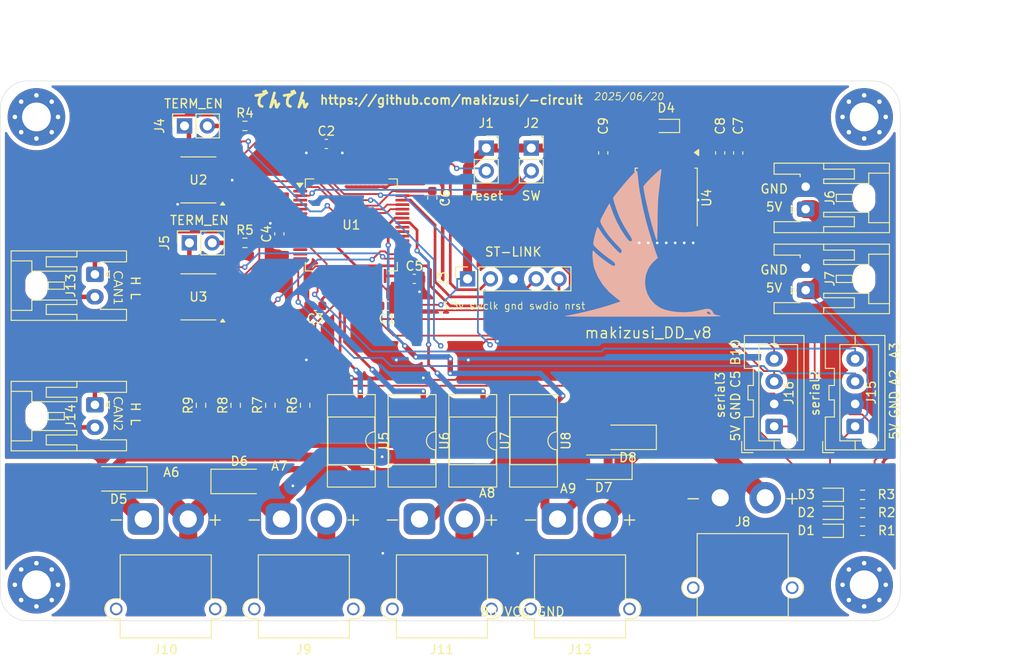
<source format=kicad_pcb>
(kicad_pcb (version 20241229) (generator "pcbnew") (generator_version "9.0")
  (layers (0 "F.Cu" signal) (2 "B.Cu" signal) (13 "F.Paste" user) (15 "B.Paste" user) (5 "F.SilkS" user "F.Silkscreen") (7 "B.SilkS" user "B.Silkscreen") (1 "F.Mask" user) (3 "B.Mask" user) (25 "Edge.Cuts" user))
  (net 0 "")
  (net 1 "Net-(U1-VCAP_1)")
  (net 2 "GND")
  (net 3 "+3.3V")
  (net 4 "+5V")
  (net 5 "Net-(D1-K)")
  (net 6 "LED")
  (net 7 "booto")
  (net 8 "SW")
  (net 9 "SWCLK")
  (net 10 "SWDIO")
  (net 11 "nrst")
  (net 12 "Net-(J4-Pin_2)")
  (net 13 "can1_H")
  (net 14 "Net-(J5-Pin_2)")
  (net 15 "can2_H")
  (net 16 "GND1")
  (net 17 "Net-(D2-K)")
  (net 18 "A6")
  (net 19 "A7")
  (net 20 "A9")
  (net 21 "can1_L")
  (net 22 "can2_L")
  (net 23 "serial2_tx")
  (net 24 "serial2_rx")
  (net 25 "serial3_rx")
  (net 26 "serial3_tx")
  (net 27 "A8")
  (net 28 "B9")
  (net 29 "B8")
  (net 30 "can1_tx")
  (net 41 "can1_rx")
  (net 42 "can2_tx")
  (net 52 "can2_rx")
  (net 55 "Net-(D3-K)")
  (net 56 "B14")
  (net 57 "B15")
  (net 70 "+24V")
  (net 71 "Net-(D5-A)")
  (net 72 "Net-(D6-A)")
  (net 73 "Net-(D7-A)")
  (net 74 "Net-(D8-A)")
  (net 75 "Net-(R6-Pad1)")
  (net 76 "Net-(R7-Pad1)")
  (net 77 "Net-(R8-Pad1)")
  (net 78 "Net-(R9-Pad1)")
  (footprint "Package_DIP:DIP-4_W7.62mm_SMDSocket_SmallPads" (layer "F.Cu") (at 109 80 -90)
    (property "Reference" "U5")
    (property "Value" "TLP627")
  )
  (footprint "Capacitor_SMD:C_0603_1608Metric" (layer "F.Cu") (at 101 57 90)
    (property "Reference" "C4")
    (property "Value" "1uF")
  )
  (footprint "Package_DIP:DIP-4_W7.62mm_SMDSocket_SmallPads" (layer "F.Cu") (at 115.75 80 -90)
    (property "Reference" "U6")
    (property "Value" "TLP627")
  )
  (footprint "Connector_AMASS:AMASS_XT30PW-M_1x02_P2.50mm_Horizontal" (layer "F.Cu") (at 85.869879 88.687306 180)
    (property "Reference" "J10")
    (property "Value" "power")
  )
  (footprint "LED_SMD:LED_0603_1608Metric" (layer "F.Cu") (at 162.2125 86 180)
    (property "Reference" "D3")
    (property "Value" "LED")
  )
  (footprint "Connector_PinSocket_2.54mm:PinSocket_1x02_P2.54mm_Vertical" (layer "F.Cu") (at 129 47.46)
    (property "Reference" "J2")
    (property "Value" "SW")
  )
  (footprint "Package_SO:SOIC-8_3.9x4.9mm_P1.27mm" (layer "F.Cu") (at 92 64 180)
    (property "Reference" "U3")
    (property "Value" "MCP2551-I-SN")
  )
  (footprint "Connector_JST:JST_XA_S02B-XASK-1_1x02_P2.50mm_Horizontal" (layer "F.Cu") (at 159.5 54.25 90)
    (property "Reference" "J6")
    (property "Value" "power" (hide yes))
  )
  (footprint "Resistor_SMD:R_0603_1608Metric" (layer "F.Cu") (at 165.825 86 180)
    (property "Reference" "R3")
    (property "Value" "1k")
  )
  (footprint "Diode_SMD:D_SOD-128" (layer "F.Cu") (at 139.74196 79.609846 180)
    (property "Reference" "D8")
    (property "Value" "D")
  )
  (footprint "Diode_SMD:D_0603_1608Metric" (layer "F.Cu") (at 144 45 180)
    (property "Reference" "D4")
    (property "Value" "D")
  )
  (footprint "Resistor_SMD:R_0603_1608Metric" (layer "F.Cu") (at 165.825 90 180)
    (property "Reference" "R1")
    (property "Value" "1k")
  )
  (footprint "Resistor_SMD:R_0603_1608Metric" (layer "F.Cu") (at 165.825 88 180)
    (property "Reference" "R2")
    (property "Value" "1k")
  )
  (footprint "Capacitor_SMD:C_0603_1608Metric" (layer "F.Cu") (at 118 53 -90)
    (property "Reference" "C6")
    (property "Value" "1uF")
  )
  (footprint "Capacitor_SMD:C_0603_1608Metric" (layer "F.Cu") (at 113 65 180)
    (property "Reference" "C1")
    (property "Value" "1uF")
  )
  (footprint "MountingHole:MountingHole_3.2mm_M3_Pad_Via" (layer "F.Cu") (at 74 44)
    (property "Reference" "H2" (hide yes))
    (property "Value" "MountingHole" (hide yes))
  )
  (footprint "Connector_JST:JST_XA_B04B-XASK-1-A_1x04_P2.50mm_Vertical" (layer "F.Cu") (at 165 78.4 90)
    (property "Reference" "J15")
    (property "Value" "serial2")
  )
  (footprint "Resistor_SMD:R_0603_1608Metric" (layer "F.Cu") (at 96.142019 76.048174 90)
    (property "Reference" "R8")
    (property "Value" "100")
  )
  (footprint "Package_DIP:DIP-4_W7.62mm_SMDSocket_SmallPads" (layer "F.Cu") (at 129.25 80 -90)
    (property "Reference" "U8")
    (property "Value" "TLP627")
  )
  (footprint "Capacitor_SMD:C_0603_1608Metric" (layer "F.Cu") (at 152 48 -90)
    (property "Reference" "C7")
    (property "Value" "47u")
  )
  (footprint "Diode_SMD:D_SOD-128" (layer "F.Cu") (at 137.046883 82.935685 180)
    (property "Reference" "D7")
    (property "Value" "D")
  )
  (footprint "Connector_PinSocket_2.54mm:PinSocket_1x02_P2.54mm_Vertical" (layer "F.Cu") (at 90.46 45 90)
    (property "Reference" "J4")
    (property "Value" "TERM_EN")
  )
  (footprint "Connector_AMASS:AMASS_XT30PW-M_1x02_P2.50mm_Horizontal" (layer "F.Cu") (at 150 86.325 180)
    (property "Reference" "J8")
    (property "Value" "power")
  )
  (footprint "Capacitor_SMD:C_0603_1608Metric" (layer "F.Cu") (at 105 65 180)
    (property "Reference" "C3")
    (property "Value" "1uF")
  )
  (footprint "Connector_AMASS:AMASS_XT30PW-M_1x02_P2.50mm_Horizontal" (layer "F.Cu") (at 116.569879 88.687306 180)
    (property "Reference" "J11")
    (property "Value" "power")
  )
  (footprint "Diode_SMD:D_SOD-128" (layer "F.Cu") (at 83.142003 84.225882 180)
    (property "Reference" "D5")
    (property "Value" "D")
  )
  (footprint "Resistor_SMD:R_0603_1608Metric" (layer "F.Cu") (at 92.294038 76.048174 90)
    (property "Reference" "R9")
    (property "Value" "100")
  )
  (footprint "Connector_JST:JST_XA_B04B-XASK-1-A_1x04_P2.50mm_Vertical" (layer "F.Cu") (at 156 78.4 90)
    (property "Reference" "J16")
    (property "Value" "serial3")
  )
  (footprint "Resistor_SMD:R_0603_1608Metric" (layer "F.Cu") (at 103.867981 76.048174 90)
    (property "Reference" "R6")
    (property "Value" "100")
  )
  (footprint "Connector_PinSocket_2.54mm:PinSocket_1x02_P2.54mm_Vertical" (layer "F.Cu") (at 124 47.46)
    (property "Reference" "J1")
    (property "Value" "reset")
  )
  (footprint "Resistor_SMD:R_0603_1608Metric" (layer "F.Cu") (at 100 76.048174 90)
    (property "Reference" "R7")
    (property "Value" "100")
  )
  (footprint "Connector_AMASS:AMASS_XT30PW-M_1x02_P2.50mm_Horizontal" (layer "F.Cu") (at 101.219879 88.687306 180)
    (property "Reference" "J9")
    (property "Value" "power")
  )
  (footprint "Package_TO_SOT_SMD:TO-252-2" (layer "F.Cu") (at 144 53 -90)
    (property "Reference" "U4")
    (property "Value" "LP2950-3.3_TO252")
  )
  (footprint "MountingHole:MountingHole_3.2mm_M3_Pad_Via" (layer "F.Cu") (at 74 96)
    (property "Reference" "H1" (hide yes))
    (property "Value" "MountingHole" (hide yes))
  )
  (footprint "Connector_PinSocket_2.54mm:PinSocket_1x02_P2.54mm_Vertical" (layer "F.Cu") (at 91 58 90)
    (property "Reference" "J5")
    (property "Value" "TERM_EN")
  )
  (footprint "MountingHole:MountingHole_3.2mm_M3_Pad_Via" (layer "F.Cu") (at 166 96)
    (property "Reference" "H4" (hide yes))
    (property "Value" "MountingHole" (hide yes))
  )
  (footprint "Package_QFP:LQFP-64_10x10mm_P0.5mm" (layer "F.Cu") (at 109 56)
    (property "Reference" "U1")
    (property "Value" "STM32F446RETx")
  )
  (footprint "Capacitor_SMD:C_0603_1608Metric" (layer "F.Cu") (at 106.225 47)
    (property "Reference" "C2")
    (property "Value" "1uF")
  )
  (footprint "Connector_JST:JST_XA_S02B-XASK-1_1x02_P2.50mm_Horizontal" (layer "F.Cu") (at 80.5 76 -90)
    (property "Reference" "J14")
    (property "Value" "CAN2" (hide yes))
  )
  (footprint "Diode_SMD:D_SOD-128" (layer "F.Cu") (at 96.560045 84.512592)
    (property "Reference" "D6")
    (property "Value" "D")
  )
  (footprint "LED_SMD:LED_0603_1608Metric" (layer "F.Cu") (at 162.2125 88 180)
    (property "Reference" "D2")
    (property "Value" "LED")
  )
  (footprint "Capacitor_SMD:C_0603_1608Metric" (layer "F.Cu") (at 150 48 -90)
    (property "Reference" "C8")
    (property "Value" "0.1u")
  )
  (footprint "Connector_PinSocket_2.54mm:PinSocket_1x05_P2.54mm_Vertical" (layer "F.Cu") (at 121.92 62 90)
    (property "Reference" "J3")
    (property "Value" "ST-LINK")
  )
  (footprint "Connector_JST:JST_XA_S02B-XASK-1_1x02_P2.50mm_Horizontal" (layer "F.Cu") (at 80.5 61.5 -90)
    (property "Reference" "J13")
    (property "Value" "CAN1" (hide yes))
  )
  (footprint "Package_DIP:DIP-4_W7.62mm_SMDSocket_SmallPads" (layer "F.Cu") (at 122.5 80 -90)
    (property "Reference" "U7")
    (property "Value" "TLP627")
  )
  (footprint "Connector_AMASS:AMASS_XT30PW-M_1x02_P2.50mm_Horizontal" (layer "F.Cu") (at 131.919879 88.687306 180)
    (property "Reference" "J12")
    (property "Value" "power")
  )
  (footprint "Resistor_SMD:R_0603_1608Metric" (layer "F.Cu") (at 97.175 58)
    (property "Reference" "R5")
    (property "Value" "120")
  )
  (footprint "Package_SO:SOIC-8_3.9x4.9mm_P1.27mm" (layer "F.Cu") (at 92 51 180)
    (property "Reference" "U2")
    (property "Value" "MCP2551-I-SN")
  )
  (footprint "LED_SMD:LED_0603_1608Metric" (layer "F.Cu") (at 162.2125 90 180)
    (property "Reference" "D1")
    (property "Value" "LED")
  )
  (footprint "Capacitor_SMD:C_0603_1608Metric" (layer "F.Cu") (at 137 48 -90)
    (property "Reference" "C9")
    (property "Value" "47u")
  )
  (footprint "Connector_JST:JST_XA_S02B-XASK-1_1x02_P2.50mm_Horizontal" (layer "F.Cu") (at 159.5 63.25 90)
    (property "Reference" "J7")
    (property "Value" "power" (hide yes))
  )
  (footprint "Capacitor_SMD:C_0603_1608Metric" (layer "F.Cu") (at 116 62)
    (property "Reference" "C5")
    (property "Value" "1uF")
  )
  (footprint "MountingHole:MountingHole_3.2mm_M3_Pad_Via" (layer "F.Cu") (at 166 44)
    (property "Reference" "H3" (hide yes))
    (property "Value" "MountingHole" (hide yes))
  )
  (footprint "Resistor_SMD:R_0603_1608Metric" (layer "F.Cu") (at 97.175 45)
    (property "Reference" "R4")
    (property "Value" "120")
  )
  (footprint "Library:sken" (layer "B.Cu") (at 141.295707 64.444813 180)
    (property "Reference" "G***" (hide yes))
    (property "Value" "LOGO" (hide yes))
  )
  (gr_line (start 73 40) (end 167 40) (stroke (width 0.05)) (layer "Edge.Cuts"))
  (gr_arc (start 70 43) (mid 70.87868 40.87868) (end 73 40) (stroke (width 0.05)) (layer "Edge.Cuts"))
  (gr_arc (start 167 40) (mid 169.12132 40.87868) (end 170 43) (stroke (width 0.05)) (layer "Edge.Cuts"))
  (gr_arc (start 170 97) (mid 169.12132 99.12132) (end 167 100) (stroke (width 0.05)) (layer "Edge.Cuts"))
  (gr_arc (start 73 100) (mid 70.87868 99.12132) (end 70 97) (stroke (width 0.05)) (layer "Edge.Cuts"))
  (gr_line (start 170 43) (end 170 97) (stroke (width 0.05)) (layer "Edge.Cuts"))
  (gr_line (start 167 100) (end 73 100) (stroke (width 0.05)) (layer "Edge.Cuts"))
  (gr_line (start 70 97) (end 70 43) (stroke (width 0.05)) (layer "Edge.Cuts"))
  (gr_text "5V" (at 156 54 0) (layer "F.SilkS") (effects (font (size 1 1))))
  (gr_text "GND" (at 169.356733 75.962407 90) (layer "F.SilkS") (effects (font (size 1 1))))
  (gr_text "H L" (at 85 77 270) (layer "F.SilkS") (effects (font (size 1 1))))
  (gr_text "C5" (at 151.703765 73.154375 90) (layer "F.SilkS") (effects (font (size 1 1))))
  (gr_text "makizusi_DD_v8" (at 142 68 0) (layer "F.SilkS") (effects (font (size 1.2 1.2))))
  (gr_text "でんでん" (at 97.9 43.1 0) (layer "F.SilkS") (effects (font (size 1.5 1.5) (thickness 0.3) (bold yes)) (justify left bottom)))
  (gr_text "A2" (at 169.356733 72.962407 90) (layer "F.SilkS") (effects (font (size 1 1))))
  (gr_text "A7" (at 101 82.8 0) (layer "F.SilkS") (effects (font (size 1 1))))
  (gr_text "2025/06/20" (at 135.9 42.2 0) (layer "F.SilkS") (effects (font (size 0.8 0.8) (thickness 0.1) (italic yes)) (justify left bottom)))
  (gr_text "GND" (at 156 52 0) (layer "F.SilkS") (effects (font (size 1 1))))
  (gr_text "5V" (at 155.99 63 0) (layer "F.SilkS") (effects (font (size 1 1))))
  (gr_text "GND" (at 151.703765 76.154375 90) (layer "F.SilkS") (effects (font (size 1 1))))
  (gr_text "GND" (at 155.99 61 0) (layer "F.SilkS") (effects (font (size 1 1))))
  (gr_text "CAN2" (at 83 77 270) (layer "F.SilkS") (effects (font (size 1 1) (thickness 0.1))))
  (gr_text "B8 VCC GND" (at 128 99 0) (layer "F.SilkS") (effects (font (size 1 1))))
  (gr_text "CAN1" (at 83 63 270) (layer "F.SilkS") (effects (font (size 1 1) (thickness 0.1))))
  (gr_text "H L" (at 85 63 270) (layer "F.SilkS") (effects (font (size 1 1))))
  (gr_text "A8" (at 124.1 85.8 0) (layer "F.SilkS") (effects (font (size 1 1))))
  (gr_text "A9" (at 133.1 85.3 0) (layer "F.SilkS") (effects (font (size 1 1))))
  (gr_text "A3" (at 169.356733 69.962407 90) (layer "F.SilkS") (effects (font (size 1 1))))
  (gr_text "https://github.com/makizusi/-circuit" (at 105.4 42.7 0) (layer "F.SilkS") (effects (font (size 1 1) (thickness 0.1875)) (justify left bottom)))
  (gr_text "3.3v swclk gnd swdio nrst" (at 127 65 0) (layer "F.SilkS") (effects (font (size 0.8 0.8) (thickness 0.1))))
  (gr_text "B10" (at 151.703765 70.154375 90) (layer "F.SilkS") (effects (font (size 1 1))))
  (gr_text "5V" (at 169.356733 78.962407 90) (layer "F.SilkS") (effects (font (size 1 1))))
  (gr_text "A6" (at 89 83.5 0) (layer "F.SilkS") (effects (font (size 1 1))))
  (gr_text "5V" (at 151.703765 79.154375 90) (layer "F.SilkS") (effects (font (size 1 1))))
  (segment (start 111.75 62.75) (end 112.225 63.225) (width 0.3) (layer "F.Cu") (net 1))
  (segment (start 112.225 63.225) (end 112.225 65) (width 0.3) (layer "F.Cu") (net 1))
  (segment (start 111.75 61.675) (end 111.75 62.75) (width 0.3) (layer "F.Cu") (net 1))
  (segment (start 118.5026 53.2724) (end 118 53.775) (width 0.2) (layer "F.Cu") (net 2))
  (segment (start 105.0178 60.5829) (end 104.225 61.3757) (width 0.2) (layer "F.Cu") (net 2))
  (segment (start 124.1138 68.7149) (end 122 70.8287) (width 0.2) (layer "F.Cu") (net 2))
  (segment (start 112.3375 71.2749) (end 113.6075 71.2749) (width 0.2) (layer "F.Cu") (net 2))
  (segment (start 131.2261 65.4839) (end 133.2687 63.4413) (width 0.2) (layer "F.Cu") (net 2))
  (segment (start 156 75.9) (end 156 74.7499) (width 0.2) (layer "F.Cu") (net 2))
  (segment (start 114 71) (end 113.7251 71.2749) (width 0.2) (layer "F.Cu") (net 2))
  (segment (start 113.6075 72.2) (end 113.6075 71.2749) (width 0.2) (layer "F.Cu") (net 2))
  (segment (start 153.3251 73.2251) (end 122.27 73.2251) (width 0.2) (layer "F.Cu") (net 2))
  (segment (start 156 74.7499) (end 154.8499 74.7499) (width 0.2) (layer "F.Cu") (net 2))
  (segment (start 121 72.3) (end 121 71.3749) (width 0.2) (layer "F.Cu") (net 2))
  (segment (start 93.1992 66.313) (end 93.1992 65.905) (width 0.2) (layer "F.Cu") (net 2))
  (segment (start 150 48.775) (end 152 48.775) (width 0.2) (layer "F.Cu") (net 2))
  (segment (start 105.75 49.516176) (end 107.266176 48) (width 0.2) (layer "F.Cu") (net 2))
  (segment (start 95.1453 51.635) (end 95.758 51.0223) (width 0.2) (layer "F.Cu") (net 2))
  (segment (start 104.1709 66.4972) (end 104.1104 66.5577) (width 0.2) (layer "F.Cu") (net 2))
  (segment (start 122.27 73.125) (end 122.27 73.2251) (width 0.2) (layer "F.Cu") (net 2))
  (segment (start 93.1992 65.5265) (end 94.0907 64.635) (width 0.2) (layer "F.Cu") (net 2))
  (segment (start 131.8209 57.1791) (end 134.74 54.26) (width 0.2) (layer "F.Cu") (net 2))
  (segment (start 104.225 65) (end 104.225 66.4431) (width 0.2) (layer "F.Cu") (net 2))
  (segment (start 101 56.2376) (end 101 56.225) (width 0.2) (layer "F.Cu") (net 2))
  (segment (start 122.27 72.3) (end 122.27 73.125) (width 0.2) (layer "F.Cu") (net 2))
  (segment (start 105.5407 60.5829) (end 105.0178 60.5829) (width 0.2) (layer "F.Cu") (net 2))
  (segment (start 93.4439 66.5577) (end 93.1992 66.313) (width 0.2) (layer "F.Cu") (net 2))
  (segment (start 94.0907 64.635) (end 94.475 64.635) (width 0.2) (layer "F.Cu") (net 2))
  (segment (start 113.775 65) (end 114.2589 65.4839) (width 0.2) (layer "F.Cu") (net 2))
  (segment (start 104 71) (end 103.867981 71.132019) (width 0.5) (layer "F.Cu") (net 2))
  (segment (start 109.1251 73.1251) (end 113.6075 73.1251) (width 0.2) (layer "F.Cu") (net 2))
  (segment (start 154.8499 74.7499) (end 153.3251 73.2251) (width 0.2) (layer "F.Cu") (net 2))
  (segment (start 105.75 60.7922) (end 105.5407 60.5829) (width 0.2) (layer "F.Cu") (net 2))
  (segment (start 102.5124 57.75) (end 101 56.2376) (width 0.2) (layer "F.Cu") (net 2))
  (segment (start 166.175 75.9) (end 165 75.9) (width 0.2) (layer "F.Cu") (net 2))
  (segment (start 109 73) (end 109.1251 73.1251) (width 0.2) (layer "F.Cu") (net 2))
  (segment (start 166.65 86) (end 168.176 84.4738) (width 0.2) (layer "F.Cu") (net 2))
  (segment (start 128.95 60.05) (end 127 62) (width 0.2) (layer "F.Cu") (net 2))
  (segment (start 116.975 52.75) (end 118 53.775) (width 0.2) (layer "F.Cu") (net 2))
  (segment (start 104.225 66.4431) (end 104.1709 66.4972) (width 0.2) (layer "F.Cu") (net 2))
  (segment (start 131.8209 60.05) (end 131.8209 57.1791) (width 0.2) (layer "F.Cu") (net 2))
  (segment (start 114.2589 65.4839) (end 131.2261 65.4839) (width 0.2) (layer "F.Cu") (net 2))
  (segment (start 158.25 51.75) (end 154.975 51.75) (width 0.2) (layer "F.Cu") (net 2))
  (segment (start 105.75 50.325) (end 105.75 50.25) (width 0.2) (layer "F.Cu") (net 2))
  (segment (start 122.27 72.3) (end 122.27 71.3749) (width 0.2) (layer "F.Cu") (net 2))
  (segment (start 105.75 61.675) (end 105.75 60.7922) (width 0.2) (layer "F.Cu") (net 2))
  (segment (start 100.5987 55.8237) (end 101 56.225) (width 0.2) (layer "F.Cu") (net 2))
  (segment (start 89.525 52.905) (end 89.525 53.538) (width 0.2) (layer "F.Cu") (net 2))
  (segment (start 133.2687 63.4413) (end 133.2687 61.4978) (width 0.2) (layer "F.Cu") (net 2))
  (segment (start 92.294038 75.223174) (end 103.867981 75.223174) (width 0.5) (layer "F.Cu") (net 2))
  (segment (start 122.27 71.27) (end 122.27 71.3749) (width 0.2) (layer "F.Cu") (net 2))
  (segment (start 104.1104 66.5577) (end 93.4439 66.5577) (width 0.2) (layer "F.Cu") (net 2))
  (segment (start 113.6075 72.2) (end 113.6075 73.1251) (width 0.2) (layer "F.Cu") (net 2))
  (segment (start 119.163 53.2724) (end 118.5026 53.2724) (width 0.2) (layer "F.Cu") (net 2))
  (segment (start 154.975 51.75) (end 152 48.775) (width 0.2) (layer "F.Cu") (net 2))
  (segment (start 113.7251 71.2749) (end 113.6075 71.2749) (width 0.2) (layer "F.Cu") (net 2))
  (segment (start 133.2687 61.4978) (end 131.8209 60.05) (width 0.2) (layer "F.Cu") (net 2))
  (segment (start 105.75 50.25) (end 105.799 50.201) (width 0.2) (layer "F.Cu") (net 2))
  (segment (start 94.475 51.635) (end 95.1453 51.635) (width 0.2) (layer "F.Cu") (net 2))
  (segment (start 159.5 60.75) (end 157.75 60.75) (width 2) (layer "F.Cu") (net 2))
  (segment (start 105.75 50.325) (end 105.75 49.516176) (width 0.2) (layer "F.Cu") (net 2))
  (segment (start 103.325 57.75) (end 102.5124 57.75) (width 0.2) (layer "F.Cu") (net 2))
  (segment (start 122.27 73.2251) (end 117.2251 73.2251) (width 0.2) (layer "F.Cu") (net 2))
  (segment (start 112.25 62.547) (end 113.775 64.072) (width 0.2) (layer "F.Cu") (net 2))
  (segment (start 116.8749 73.1251) (end 113.6075 73.1251) (width 0.2) (layer "F.Cu") (net 2))
  (segment (start 156 59) (end 156 54) (width 2) (layer "F.Cu") (net 2))
  (segment (start 137 54.26) (end 144 54.26) (width 0.2) (layer "F.Cu") (net 2))
  (segment (start 125.2351 68.9336) (end 125.0164 68.7149) (width 0.2) (layer "F.Cu") (net 2))
  (segment (start 131.8209 60.05) (end 128.95 60.05) (width 0.2) (layer "F.Cu") (net 2))
  (segment (start 104.225 61.3757) (end 104.225 65) (width 0.2) (layer "F.Cu") (net 2))
  (segment (start 166.65 90) (end 166.65 88) (width 0.2) (layer "F.Cu") (net 2))
  (segment (start 99.9972 55.8237) (end 100.5987 55.8237) (width 0.2) (layer "F.Cu") (net 2))
  (segment (start 168.176 84.4738) (end 168.176 77.9012) (width 0.2) (layer "F.Cu") (net 2))
  (segment (start 117.2251 73.2251) (end 117 73) (width 0.2) (layer "F.Cu") (net 2))
  (segment (start 122 70.8287) (end 122 71) (width 0.2) (layer "F.Cu") (net 2))
  (segment (start 93.1992 65.905) (end 93.1992 65.5265) (width 0.2) (layer "F.Cu") (net 2))
  (segment (start 89.525 53.538) (end 89.699 53.712) (width 0.2) (layer "F.Cu") (net 2))
  (segment (start 112.3375 72.2) (end 112.3375 71.2749) (width 0.2) (layer "F.Cu") (net 2))
  (segment (start 134.74 54.26) (end 137 54.26) (width 0.2) (layer "F.Cu") (net 2))
  (segment (start 125.0164 68.7149) (end 124.1138 68.7149) (width 0.2) (layer "F.Cu") (net 2))
  (segment (start 114.675 52.75) (end 116.975 52.75) (width 0.2) (layer "F.Cu") (net 2))
  (segment (start 145.0181 53.2419) (end 144 54.26) (width 0.2) (layer "F.Cu") (net 2))
  (segment (start 158.25 51.75) (end 159.5 51.75) (width 2) (layer "F.Cu") (net 2))
  (segment (start 168.176 77.9012) (end 166.175 75.9) (width 0.2) (layer "F.Cu") (net 2))
  (segment (start 166.65 88) (end 166.65 86) (width 0.2) (layer "F.Cu") (net 2))
  (segment (start 103.867981 71.132019) (end 103.867981 75.223174) (width 0.5) (layer "F.Cu") (net 2))
  (segment (start 157.75 60.75) (end 156 59) (width 2) (layer "F.Cu") (net 2))
  (segment (start 122 71) (end 122.27 71.27) (width 0.2) (layer "F.Cu") (net 2))
  (segment (start 107.266176 48) (end 108 48) (width 0.2) (layer "F.Cu") (net 2))
  (segment (start 112.25 61.675) (end 112.25 62.547) (width 0.2) (layer "F.Cu") (net 2))
  (segment (start 147.5355 53.2419) (end 145.0181 53.2419) (width 0.2) (layer "F.Cu") (net 2))
  (segment (start 156 54) (end 158.25 51.75) (width 2) (layer "F.Cu") (net 2))
  (segment (start 113.775 64.072) (end 113.775 65) (width 0.2) (layer "F.Cu") (net 2))
  (segment (start 137 54.26) (end 137 48.775) (width 0.2) (layer "F.Cu") (net 2))
  (segment (start 121 71.3749) (end 122.27 71.3749) (width 0.2) (layer "F.Cu") (net 2))
  (segment (start 117 73) (end 116.8749 73.1251) (width 0.2) (layer "F.Cu") (net 2))
  (segment (start 93.1992 65.905) (end 89.525 65.905) (width 0.2) (layer "F.Cu") (net 2))
  (via (at 116.583165 63.432349) (size 0.6) (drill 0.3) (layers "F.Cu" "B.Cu") (net 2))
  (via (at 141 58) (size 0.6) (drill 0.3) (layers "F.Cu" "B.Cu") (net 2))
  (via (at 89.699 53.712) (size 0.6) (drill 0.3) (layers "F.Cu" "B.Cu") (net 2))
  (via (at 104.1709 66.4972) (size 0.6) (drill 0.3) (layers "F.Cu" "B.Cu") (net 2))
  (via (at 114 71) (size 0.6) (drill 0.3) (layers "F.Cu" "B.Cu") (net 2))
  (via (at 104 48) (size 0.6) (drill 0.3) (layers "F.Cu" "B.Cu") (net 2))
  (via (at 125.2351 68.9336) (size 0.6) (drill 0.3) (layers "F.Cu" "B.Cu") (net 2))
  (via (at 99.9972 55.8237) (size 0.6) (drill 0.3) (layers "F.Cu" "B.Cu") (net 2))
  (via (at 109 73) (size 0.6) (drill 0.3) (layers "F.Cu" "B.Cu") (net 2))
  (via (at 145 58) (size 0.6) (drill 0.3) (layers "F.Cu" "B.Cu") (net 2))
  (via (at 108 48) (size 0.6) (drill 0.3) (layers "F.Cu" "B.Cu") (net 2))
  (via (at 146 58) (size 0.6) (drill 0.3) (layers "F.Cu" "B.Cu") (net 2))
  (via (at 147 58) (size 0.6) (drill 0.3) (layers "F.Cu" "B.Cu") (net 2))
  (via (at 104 71) (size 0.6) (drill 0.3) (layers "F.Cu" "B.Cu") (net 2))
  (via (at 117 73) (size 0.6) (drill 0.3) (layers "F.Cu" "B.Cu") (net 2))
  (via (at 122 71) (size 0.6) (drill 0.3) (layers "F.Cu" "B.Cu") (net 2))
  (via (at 147.5355 53.2419) (size 0.6) (drill 0.3) (layers "F.Cu" "B.Cu") (net 2))
  (via (at 119.163 53.2724) (size 0.6) (drill 0.3) (layers "F.Cu" "B.Cu") (net 2))
  (via (at 143 58) (size 0.6) (drill 0.3) (layers "F.Cu" "B.Cu") (net 2))
  (via (at 95.758 51.0223) (size 0.6) (drill 0.3) (layers "F.Cu" "B.Cu") (net 2))
  (via (at 142 58) (size 0.6) (drill 0.3) (layers "F.Cu" "B.Cu") (net 2))
  (via (at 144 58) (size 0.6) (drill 0.3) (layers "F.Cu" "B.Cu") (net 2))
  (segment (start 96.4968 60.9713) (end 96.4968 59.0329) (width 0.2) (layer "B.Cu") (net 2))
  (segment (start 92.1221 54.6582) (end 95.758 51.0223) (width 0.2) (layer "B.Cu") (net 2))
  (segment (start 119.163 53.2724) (end 119.163 54.4621) (width 0.2) (layer "B.Cu") (net 2))
  (segment (start 165 75.9) (end 156 75.9) (width 0.2) (layer "B.Cu") (net 2))
  (segment (start 109 73) (end 106 73) (width 0.2) (layer "B.Cu") (net 2))
  (segment (start 159.5 51.75) (end 149.0274 51.75) (width 0.2) (layer "B.Cu") (net 2))
  (segment (start 104.1709 71) (end 104.1709 66.4972) (width 0.2) (layer "B.Cu") (net 2))
  (segment (start 91.1759 53.712) (end 92.1221 54.6582) (width 0.2) (layer "B.Cu") (net 2))
  (segment (start 89.699 53.712) (end 91.1759 53.712) (width 0.2) (layer "B.Cu") (net 2))
  (segment (start 96.788 59.0329) (end 96.4968 59.0329) (width 0.2) (layer "B.Cu") (net 2))
  (segment (start 126.7009 67.4678) (end 125.2351 68.9336) (width 0.2) (layer "B.Cu") (net 2))
  (segment (start 119.163 54.4621) (end 126.7009 62) (width 0.2) (layer "B.Cu") (net 2))
  (segment (start 127 62) (end 126.7009 62) (width 0.2) (layer "B.Cu") (net 2))
  (segment (start 104.1709 66.4972) (end 102.0227 66.4972) (width 0.2) (layer "B.Cu") (net 2))
  (segment (start 149.0274 51.75) (end 147.5355 53.2419) (width 0.2) (layer "B.Cu") (net 2))
  (segment (start 104.1709 71) (end 104 71) (width 0.2) (layer "B.Cu") (net 2))
  (segment (start 104.1709 71.1709) (end 104.1709 71) (width 0.2) (layer "B.Cu") (net 2))
  (segment (start 96.4968 59.0329) (end 92.1221 54.6582) (width 0.2) (layer "B.Cu") (net 2))
  (segment (start 106 73) (end 104.1709 71.1709) (width 0.2) (layer "B.Cu") (net 2))
  (segment (start 126.7009 62) (end 126.7009 67.4678) (width 0.2) (layer "B.Cu") (net 2))
  (segment (start 99.9972 55.8237) (end 96.788 59.0329) (width 0.2) (layer "B.Cu") (net 2))
  (segment (start 102.0227 66.4972) (end 96.4968 60.9713) (width 0.2) (layer "B.Cu") (net 2))
  (segment (start 165.453 90.8076) (end 160.938 90.8076) (width 0.2) (layer "F.Cu") (net 3))
  (segment (start 160.5 73.1801) (end 164.37 77.0502) (width 0.2) (layer "F.Cu") (net 3))
  (segment (start 165.825 84.1002) (end 165.825 90.4354) (width 0.2) (layer "F.Cu") (net 3))
  (segment (start 106.25 60.311) (end 106.25 61.675) (width 0.2) (layer "F.Cu") (net 3))
  (segment (start 164.37 77.0502) (end 165.773 77.0502) (width 0.2) (layer "F.Cu") (net 3))
  (segment (start 103.325 58.25) (end 104.189 58.25) (width 0.2) (layer "F.Cu") (net 3))
  (segment (start 167.157 82.2185) (end 167.157 82.7685) (width 0.2) (layer "F.Cu") (net 3))
  (segment (start 119.9559 46) (end 106.45 46) (width 0.2) (layer "F.Cu") (net 3))
  (segment (start 129 47.46) (end 137 47.46) (width 1) (layer "F.Cu") (net 3))
  (segment (start 94.5159 54.5841) (end 97.8091 54.5841) (width 0.2) (layer "F.Cu") (net 3))
  (segment (start 105.775 64.225) (end 105.775 65) (width 0.3) (layer "F.Cu") (net 3))
  (segment (start 160.662 88.7635) (end 161.425 88) (width 0.2) (layer "F.Cu") (net 3))
  (segment (start 112.75 61.675) (end 114.9 61.675) (width 0.3) (layer "F.Cu") (net 3))
  (segment (start 165.773 77.0502) (end 167.775 79.0524) (width 0.2) (layer "F.Cu") (net 3))
  (segment (start 101.475 58.25) (end 101 57.775) (width 0.3) (layer "F.Cu") (net 3))
  (segment (start 143.212 45) (end 143.212 45.3666) (width 1) (layer "F.Cu") (net 3))
  (segment (start 95.5164 52.27) (end 93.4741 52.27) (width 0.2) (layer "F.Cu") (net 3))
  (segment (start 137 47.225) (end 137 47.46) (width 0.2) (layer "F.Cu") (net 3))
  (segment (start 105.25 50.325) (end 105.25 51.1445) (width 0.2) (layer "F.Cu") (net 3))
  (segment (start 148.27 53.109) (end 149.525 54.364) (width 0.2) (layer "F.Cu") (net 3))
  (segment (start 106.25 63.75) (end 105.775 64.225) (width 0.3) (layer "F.Cu") (net 3))
  (segment (start 143.212 46.4675) (end 142.794 46.8859) (width 1) (layer "F.Cu") (net 3))
  (segment (start 167.775 81.6) (end 167.157 82.2185) (width 0.2) (layer "F.Cu") (net 3))
  (segment (start 149.525 54.364) (end 149.525 56.8004) (width 0.2) (layer "F.Cu") (net 3))
  (segment (start 122.708 48.7521) (end 124 47.46) (width 1) (layer "F.Cu") (net 3))
  (segment (start 118.956 64.8798) (end 115.8798 64.8798) (width 0.2) (layer "F.Cu") (net 3))
  (segment (start 105.25 51.1445) (end 107.966 53.8601) (width 0.2) (layer "F.Cu") (net 3))
  (segment (start 106.25 61.675) (end 106.25 63.75) (width 0.3) (layer "F.Cu") (net 3))
  (segment (start 97.8091 54.5841) (end 101 57.775) (width 0.2) (layer "F.Cu") (net 3))
  (segment (start 114.9 61.675) (end 115.225 62) (width 0.3) (layer "F.Cu") (net 3))
  (segment (start 167.775 79.0524) (end 167.775 81.6) (width 0.2) (layer "F.Cu") (net 3))
  (segment (start 93.4741 52.27) (end 93.1888 52.5553) (width 0.2) (layer "F.Cu") (net 3))
  (segment (start 96.6419 51.1445) (end 95.5164 52.27) (width 0.2) (layer "F.Cu") (net 3))
  (segment (start 143.212 45.3666) (end 143.212 45.7332) (width 1) (layer "F.Cu") (net 3))
  (segment (start 160.662 90.5313) (end 160.662 88.7635) (width 0.2) (layer "F.Cu") (net 3))
  (segment (start 143.212 45.7337) (end 143.212 45.7332) (width 0.2) (layer "F.Cu") (net 3))
  (segment (start 143.212 45.7337) (end 143.212 46.4675) (width 1) (layer "F.Cu") (net 3))
  (segment (start 143.212 45.7332) (end 143.212 45.3666) (width 0.2) (layer "F.Cu") (net 3))
  (segment (start 113.548 52.25) (end 114.675 52.25) (width 0.2) (layer "F.Cu") (net 3))
  (segment (start 146.169 50.05) (end 148.27 52.151) (width 0.2) (layer "F.Cu") (net 3))
  (segment (start 145.958 50.05) (end 146.169 50.05) (width 0.2) (layer "F.Cu") (net 3))
  (segment (start 106.45 46) (end 105.45 47) (width 0.2) (layer "F.Cu") (net 3))
  (segment (start 165.825 90.4354) (end 165.453 90.8076) (width 0.2) (layer "F.Cu") (net 3))
  (segment (start 111.938 53.8601) (end 113.548 52.25) (width 0.2) (layer "F.Cu") (net 3))
  (segment (start 114.675 52.25) (end 117.975 52.25) (width 0.3) (layer "F.Cu") (net 3))
  (segment (start 115.225 64.225) (end 115.225 62) (width 0.2) (layer "F.Cu") (net 3))
  (segment (start 105.25 47.2) (end 105.45 47) (width 0.2) (layer "F.Cu") (net 3))
  (segment (start 103.325 58.25) (end 101.475 58.25) (width 0.3) (layer "F.Cu") (net 3))
  (segment (start 141.22 47.46) (end 141.72 47.96) (width 1) (layer "F.Cu") (net 3))
  (segment (start 117.975 52.25) (end 118 52.225) (width 0.3) (layer "F.Cu") (net 3))
  (segment (start 104.189 58.25) (end 106.25 60.311) (width 0.2) (layer "F.Cu") (net 3))
  (segment (start 105.25 51.1445) (end 96.6419 51.1445) (width 0.2) (layer "F.Cu") (net 3))
  (segment (start 143.2125 45.3661) (end 143.2125 45) (width 0.2) (layer "F.Cu") (net 3))
  (segment (start 124 47.46) (end 129 47.46) (width 1) (layer "F.Cu") (net 3))
  (segment (start 93.1888 53.257) (end 94.5159 54.5841) (width 0.2) (layer "F.Cu") (net 3))
  (segment (start 143.212 45.3666) (end 143.212 45) (width 0.2) (layer "F.Cu") (net 3))
  (segment (start 142.794 46.8859) (end 145.958 50.05) (width 0.2) (layer "F.Cu") (net 3))
  (segment (start 93.1888 52.5553) (end 93.1888 53.257) (width 0.2) (layer "F.Cu") (net 3))
  (segment (start 142.794 46.8859) (end 141.72 47.96) (width 1) (layer "F.Cu") (net 3))
  (segment (start 149.525 56.8004) (end 160.5 67.775) (width 0.2) (layer "F.Cu") (net 3))
  (segment (start 107.966 53.8601) (end 111.938 53.8601) (width 0.2) (layer "F.Cu") (net 3))
  (segment (start 167.157 82.7685) (end 165.825 84.1002) (width 0.2) (layer "F.Cu") (net 3))
  (segment (start 160.5 67.775) (end 160.5 73.1801) (width 0.2) (layer "F.Cu") (net 3))
  (segment (start 143.212 45.3666) (end 143.2125 45.3661) (width 0.2) (layer "F.Cu") (net 3))
  (segment (start 121.92 49.54) (end 122.708 48.7521) (width 1) (layer "F.Cu") (net 3))
  (segment (start 160.938 90.8076) (end 160.662 90.5313) (width 0.2) (layer "F.Cu") (net 3))
  (segment (start 121.92 62) (end 121.92 49.54) (width 1) (layer "F.Cu") (net 3))
  (segment (start 143.212 45.7332) (end 143.212 45.7337) (width 1) (layer "F.Cu") (net 3))
  (segment (start 148.27 52.151) (end 148.27 53.109) (width 0.2) (layer "F.Cu") (net 3))
  (segment (start 115.8798 64.8798) (end 115.225 64.225) (width 0.2) (layer "F.Cu") (net 3))
  (segment (start 122.708 48.7521) (end 119.9559 46) (width 0.2) (layer "F.Cu") (net 3))
  (segment (start 137 47.46) (end 141.22 47.46) (width 1) (layer "F.Cu") (net 3))
  (segment (start 105.25 50.325) (end 105.25 47.2) (width 0.2) (layer "F.Cu") (net 3))
  (via (at 118.956 64.8798) (size 0.6) (drill 0.3) (layers "F.Cu" "B.Cu") (net 3))
  (segment (start 121.92 62) (end 120.77 62) (width 0.2) (layer "B.Cu") (net 3))
  (segment (start 120.77 63.0664) (end 118.956 64.8798) (width 0.2) (layer "B.Cu") (net 3))
  (segment (start 120.77 62) (end 120.77 63.0664) (width 0.2) (layer "B.Cu") (net 3))
  (segment (start 94.8285 50.365) (end 94.475 50.365) (width 0.2) (layer "F.Cu") (net 4))
  (segment (start 162 56) (end 162 51.1373) (width 2) (layer "F.Cu") (net 4))
  (segment (start 144.788 45) (end 143.975 44.1877) (width 0.2) (layer "F.Cu") (net 4))
  (segment (start 145.85 46.062) (end 144.788 45) (width 0.2) (layer "F.Cu") (net 4))
  (segment (start 152.101 47.124) (end 152 47.225) (width 0.2) (layer "F.Cu") (net 4))
  (segment (start 145.85 46.062) (end 145.8495 46.062) (width 0.2) (layer "F.Cu") (net 4))
  (segment (start 101.006 44.1877) (end 94.8285 50.365) (width 0.2) (layer "F.Cu") (net 4))
  (segment (start 94.2757 54.9843) (end 92.7787 53.4873) (width 0.2) (layer "F.Cu") (net 4))
  (segment (start 94.0762 50.365) (end 94.475 50.365) (width 0.2) (layer "F.Cu") (net 4))
  (segment (start 143.975 44.1877) (end 101.006 44.1877) (width 0.2) (layer "F.Cu") (net 4))
  (segment (start 152.101 47.124) (end 150.101 47.124) (width 2) (layer "F.Cu") (net 4))
  (segment (start 162.212 89.2125) (end 162.212 81.1875) (width 0.2) (layer "F.Cu") (net 4))
  (segment (start 98.777 59.9243) (end 98.777 57.5319) (width 0.2) (layer "F.Cu") (net 4))
  (segment (start 96.2294 54.9843) (end 94.2757 54.9843) (width 0.2) (layer "F.Cu") (net 4))
  (segment (start 162 56) (end 162 57) (width 2) (layer "F.Cu") (net 4))
  (segment (start 150.101 47.124) (end 147.116 47.124) (width 2) (layer "F.Cu") (net 4))
  (segment (start 147.116 47.124) (end 146.912 47.124) (width 0.2) (layer "F.Cu") (net 4))
  (segment (start 162 61.725) (end 160.475 63.25) (width 2) (layer "F.Cu") (net 4))
  (segment (start 162.212 81.1875) (end 159.425 78.4) (width 0.2) (layer "F.Cu") (net 4))
  (segment (start 162 57) (end 162 61.725) (width 2) (layer "F.Cu") (net 4))
  (segment (start 150.101 47.124) (end 150 47.225) (width 0.2) (layer "F.Cu") (net 4))
  (segment (start 162 57) (end 162 56) (width 2) (layer "F.Cu") (net 4))
  (segment (start 145.8495 46.062) (end 144.7875 45) (width 0.2) (layer "F.Cu") (net 4))
  (segment (start 157.987 47.124) (end 152.101 47.124) (width 2) (layer "F.Cu") (net 4))
  (segment (start 160.25 54.25) (end 162 56) (width 2) (layer "F.Cu") (net 4))
  (segment (start 159.5 54.25) (end 160.25 54.25) (width 2) (layer "F.Cu") (net 4))
  (segment (start 161.425 90) (end 162.212 89.2125) (width 0.2) (layer "F.Cu") (net 4))
  (segment (start 95.3363 63.365) (end 98.777 59.9243) (width 0.2) (layer "F.Cu") (net 4))
  (segment (start 146.912 47.124) (end 145.85 46.062) (width 0.2) (layer "F.Cu") (net 4))
  (segment (start 147.116 47.124) (end 146.28 47.96) (width 2) (layer "F.Cu") (net 4))
  (segment (start 92.7787 53.4873) (end 92.7787 51.6625) (width 0.2) (layer "F.Cu") (net 4))
  (segment (start 94.475 63.365) (end 95.3363 63.365) (width 0.2) (layer "F.Cu") (net 4))
  (segment (start 159.425 78.4) (end 156 78.4) (width 0.2) (layer "F.Cu") (net 4))
  (segment (start 160.475 63.25) (end 159.5 63.25) (width 2) (layer "F.Cu") (net 4))
  (segment (start 162 51.1373) (end 157.987 47.124) (width 2) (layer "F.Cu") (net 4))
  (segment (start 98.777 57.5319) (end 96.2294 54.9843) (width 0.2) (layer "F.Cu") (net 4))
  (segment (start 162.212 81.1875) (end 165 78.4) (width 0.2) (layer "F.Cu") (net 4))
  (segment (start 92.7787 51.6625) (end 94.0762 50.365) (width 0.2) (layer "F.Cu") (net 4))
  (segment (start 166.35 70.0998) (end 166.35 77.0502) (width 0.2) (layer "B.Cu") (net 4))
  (segment (start 166.35 77.0502) (end 165 78.4) (width 0.2) (layer "B.Cu") (net 4))
  (segment (start 159.5 63.25) (end 166.35 70.0998) (width 0.2) (layer "B.Cu") (net 4))
  (segment (start 165 90) (end 163 90) (width 0.2) (layer "F.Cu") (net 5))
  (segment (start 105 70.6239) (end 108.255622 73.879522) (width 0.2) (layer "F.Cu") (net 6))
  (segment (start 107.25 61.675) (end 107.25 64.7487) (width 0.2) (layer "F.Cu") (net 6))
  (segment (start 107.25 64.7487) (end 105 66.9987) (width 0.2) (layer "F.Cu") (net 6))
  (segment (start 108.255622 73.879522) (end 149.304522 73.879522) (width 0.2) (layer "F.Cu") (net 6))
  (segment (start 149.304522 73.879522) (end 161.425 86) (width 0.2) (layer "F.Cu") (net 6))
  (segment (start 105 66.9987) (end 105 70.6239) (width 0.2) (layer "F.Cu") (net 6))
  (segment (start 107.25 49.4992) (end 107.5 49.2495) (width 0.2) (layer "F.Cu") (net 7))
  (segment (start 120.241 49.2495) (end 120.71 49.7189) (width 0.2) (layer "F.Cu") (net 7))
  (segment (start 107.5 49.2495) (end 120.241 49.2495) (width 0.2) (layer "F.Cu") (net 7))
  (segment (start 107.25 50.325) (end 107.25 49.4992) (width 0.2) (layer "F.Cu") (net 7))
  (via (at 120.71 49.7189) (size 0.6) (drill 0.3) (layers "F.Cu" "B.Cu") (net 7))
  (segment (start 120.71 49.7189) (end 123.719 49.7189) (width 0.2) (layer "B.Cu") (net 7))
  (segment (start 123.719 49.7189) (end 124 50) (width 0.2) (layer "B.Cu") (net 7))
  (segment (start 104.372 52.75) (end 104.641 52.4807) (width 0.2) (layer "F.Cu") (net 8))
  (segment (start 103.325 52.75) (end 104.372 52.75) (width 0.2) (layer "F.Cu") (net 8))
  (via (at 104.641 52.4807) (size 0.6) (drill 0.3) (layers "F.Cu" "B.Cu") (net 8))
  (segment (start 129 50) (end 126.897 52.1034) (width 0.2) (layer "B.Cu") (net 8))
  (segment (start 126.897 52.1034) (end 105.019 52.1034) (width 0.2) (layer "B.Cu") (net 8))
  (segment (start 105.019 52.1034) (end 104.641 52.4807) (width 0.2) (layer "B.Cu") (net 8))
  (segment (start 123.259 63.201) (end 120.719 63.201) (width 0.3) (layer "F.Cu") (net 9))
  (segment (start 120 62.482) (end 120 51) (width 0.3) (layer "F.Cu") (net 9))
  (segment (start 119.325 50.325) (end 112.75 50.325) (width 0.3) (layer "F.Cu") (net 9))
  (segment (start 120.719 63.201) (end 120 62.482) (width 0.3) (layer "F.Cu") (net 9))
  (segment (start 120 51) (end 119.325 50.325) (width 0.3) (layer "F.Cu") (net 9))
  (segment (start 124.46 62) (end 123.259 63.201) (width 0.3) (layer "F.Cu") (net 9))
  (segment (start 115.555 53.25) (end 114.675 53.25) (width 0.3) (layer "F.Cu") (net 10))
  (segment (start 129.54 62) (end 127.54 64) (width 0.3) (layer "F.Cu") (net 10))
  (segment (start 118.305 62.3045) (end 118.305 56) (width 0.3) (layer "F.Cu") (net 10))
  (segment (start 118.305 56) (end 115.555 53.25) (width 0.3) (layer "F.Cu") (net 10))
  (segment (start 120 64) (end 118.305 62.3045) (width 0.3) (layer "F.Cu") (net 10))
  (segment (start 127.54 64) (end 120 64) (width 0.3) (layer "F.Cu") (net 10))
  (segment (start 117.804 61) (end 117.353 60.549) (width 0.3) (layer "F.Cu") (net 11))
  (segment (start 132.08 63.92) (end 131 65) (width 0.3) (layer "F.Cu") (net 11))
  (segment (start 104.205 55.25) (end 103.325 55.25) (width 0.3) (layer "F.Cu") (net 11))
  (segment (start 131 65) (end 120 65) (width 0.3) (layer "F.Cu") (net 11))
  (segment (start 117.804 62.8035) (end 117.804 61) (width 0.3) (layer "F.Cu") (net 11))
  (segment (start 120 65) (end 117.804 62.8035) (width 0.3) (layer "F.Cu") (net 11))
  (segment (start 132.08 62) (end 132.08 63.92) (width 0.3) (layer "F.Cu") (net 11))
  (segment (start 109.504 60.549) (end 104.205 55.25) (width 0.3) (layer "F.Cu") (net 11))
  (segment (start 117.353 60.549) (end 109.504 60.549) (width 0.3) (layer "F.Cu") (net 11))
  (segment (start 93 45) (end 96.35 45) (width 0.5) (layer "F.Cu") (net 12))
  (segment (start 90.951 45.491) (end 90.951 51.184) (width 0.5) (layer "F.Cu") (net 13))
  (segment (start 90.46 45) (end 90.951 45.491) (width 0.5) (layer "F.Cu") (net 13))
  (segment (start 90.5 51.635) (end 89.525 51.635) (width 0.5) (layer "F.Cu") (net 13))
  (segment (start 90.951 51.184) (end 90.5 51.635) (width 0.5) (layer "F.Cu") (net 13))
  (segment (start 80.5 61.5) (end 80.5 60.1009) (width 0.5) (layer "F.Cu") (net 13))
  (segment (start 80.5 60.1009) (end 88.9659 51.635) (width 0.5) (layer "F.Cu") (net 13))
  (segment (start 88.9659 51.635) (end 89.525 51.635) (width 0.5) (layer "F.Cu") (net 13))
  (segment (start 93.54 58) (end 96.35 58) (width 0.5) (layer "F.Cu") (net 14))
  (segment (start 90.5 64.635) (end 89.525 64.635) (width 0.5) (layer "F.Cu") (net 15))
  (segment (start 88.55 64.635) (end 89.525 64.635) (width 0.5) (layer "F.Cu") (net 15))
  (segment (start 91 58) (end 91 64.135) (width 0.5) (layer "F.Cu") (net 15))
  (segment (start 80.5 76) (end 80.5 72.685) (width 0.5) (layer "F.Cu") (net 15))
  (segment (start 80.5 72.685) (end 88.55 64.635) (width 0.5) (layer "F.Cu") (net 15))
  (segment (start 91 64.135) (end 90.5 64.635) (width 0.5) (layer "F.Cu") (net 15))
  (segment (start 114.48 85.311) (end 114.48 83.81) (width 2) (layer "F.Cu") (net 16))
  (segment (start 110.411 87.291) (end 112.5 87.291) (width 2) (layer "F.Cu") (net 16))
  (segment (start 127.5 92.5) (end 127.5 84.29) (width 2) (layer "F.Cu") (net 16))
  (segment (start 121.23 83.81) (end 119.730922 83.81) (width 1) (layer "F.Cu") (net 16))
  (segment (start 127.5 84.29) (end 127.78 84.01) (width 2) (layer "F.Cu") (net 16))
  (segment (start 127.78 84.01) (end 127.98 84.01) (width 2) (layer "F.Cu") (net 16))
  (segment (start 107.73 84.61) (end 110.411 87.291) (width 2) (layer "F.Cu") (net 16))
  (segment (start 117.71902 85.821902) (end 114.990902 85.821902) (width 1) (layer "F.Cu") (net 16))
  (segment (start 112.5 92.5) (end 112.5 87.291) (width 2) (layer "F.Cu") (net 16))
  (segment (start 119.730922 83.81) (end 117.71902 85.821902) (width 1) (layer "F.Cu") (net 16))
  (segment (start 114.990902 85.821902) (end 114.48 85.311) (width 1) (layer "F.Cu") (net 16))
  (segment (start 112.5 87.291) (end 114.48 85.311) (width 2) (layer "F.Cu") (net 16))
  (segment (start 107.73 83.81) (end 107.73 84.61) (width 2) (layer "F.Cu") (net 16))
  (via (at 127.5 92.5) (size 0.6) (drill 0.3) (layers "F.Cu" "B.Cu") (net 16))
  (via (at 112.5 92.5) (size 0.6) (drill 0.3) (layers "F.Cu" "B.Cu") (net 16))
  (segment (start 150 86.325) (end 143.825 92.5) (width 2) (layer "B.Cu") (net 16))
  (segment (start 127.5 92.5) (end 112.5 92.5) (width 2) (layer "B.Cu") (net 16))
  (segment (start 143.825 92.5) (end 127.5 92.5) (width 2) (layer "B.Cu") (net 16))
  (segment (start 165 88) (end 163 88) (width 0.2) (layer "F.Cu") (net 17))
  (segment (start 109.999999 74.479522) (end 109.999999 75.919999) (width 0.6) (layer "F.Cu") (net 18))
  (segment (start 107.75 61.675) (end 107.75 70.382845) (width 0.3) (layer "F.Cu") (net 18))
  (segment (start 109.999999 75.919999) (end 110.27 76.19) (width 0.2) (layer "F.Cu") (net 18))
  (segment (start 107.75 70.382845) (end 109.537579 72.170424) (width 0.3) (layer "F.Cu") (net 18))
  (via (at 109.537579 72.170424) (size 0.6) (drill 0.3) (layers "F.Cu" "B.Cu") (net 18))
  (via (at 109.999999 74.479522) (size 0.6) (drill 0.3) (layers "F.Cu" "B.Cu") (net 18))
  (segment (start 109.999999 72.632844) (end 109.999999 74.479522) (width 0.6) (layer "B.Cu") (net 18))
  (segment (start 109.537579 72.170424) (end 109.999999 72.632844) (width 0.6) (layer "B.Cu") (net 18))
  (segment (start 108.25 68.805808) (end 108.25 69.001196) (width 0.3) (layer "F.Cu") (net 19))
  (segment (start 116.991794 74.479522) (end 116.991794 76.161794) (width 0.6) (layer "F.Cu") (net 19))
  (segment (start 108.25 69.001196) (end 111.322804 72.074) (width 0.3) (layer "F.Cu") (net 19))
  (segment (start 116.991794 76.161794) (end 117.02 76.19) (width 0.3) (layer "F.Cu") (net 19))
  (segment (start 108.25 61.675) (end 108.25 68.805808) (width 0.3) (layer "F.Cu") (net 19))
  (via (at 111.322804 72.074) (size 0.6) (drill 0.3) (layers "F.Cu" "B.Cu") (net 19))
  (via (at 116.991794 74.479522) (size 0.6) (drill 0.3) (layers "F.Cu" "B.Cu") (net 19))
  (segment (start 113.728326 74.479522) (end 116.991794 74.479522) (width 0.6) (layer "B.Cu") (net 19))
  (segment (start 111.322804 72.074) (end 113.728326 74.479522) (width 0.6) (layer "B.Cu") (net 19))
  (segment (start 131.31 76.19) (end 132.5 75) (width 0.6) (layer "F.Cu") (net 20))
  (segment (start 114.944553 69.4517) (end 116.164453 70.6716) (width 0.6) (layer "F.Cu") (net 20))
  (segment (start 113.839 55.25) (end 113.1 55.989) (width 0.3) (layer "F.Cu") (net 20))
  (segment (start 114.675 55.25) (end 113.839 55.25) (width 0.3) (layer "F.Cu") (net 20))
  (segment (start 120.012742 70.894422) (end 120 70.907164) (width 0.3) (layer "F.Cu") (net 20))
  (segment (start 113.1 55.989) (end 113.1 58.2493) (width 0.3) (layer "F.Cu") (net 20))
  (segment (start 130.52 76.19) (end 131.31 76.19) (width 0.6) (layer "F.Cu") (net 20))
  (segment (start 120 70.907164) (end 120 72.5) (width 0.6) (layer "F.Cu") (net 20))
  (via (at 113.1 58.2493) (size 0.6) (drill 0.3) (layers "F.Cu" "B.Cu") (net 20))
  (via (at 116.164453 70.6716) (size 0.6) (drill 0.3) (layers "F.Cu" "B.Cu") (net 20))
  (via (at 114.944553 69.4517) (size 0.6) (drill 0.3) (layers "F.Cu" "B.Cu") (net 20))
  (via (at 132.5 75) (size 0.6) (drill 0.3) (layers "F.Cu" "B.Cu") (net 20))
  (via (at 120 72.5) (size 0.6) (drill 0.3) (layers "F.Cu" "B.Cu") (net 20))
  (via (at 120.012742 70.894422) (size 0.6) (drill 0.3) (layers "F.Cu" "B.Cu") (net 20))
  (segment (start 132.5 75) (end 130 72.5) (width 0.6) (layer "B.Cu") (net 20))
  (segment (start 113.1 67.539322) (end 113.1 58.2493) (width 0.3) (layer "B.Cu") (net 20))
  (segment (start 114.944553 69.4517) (end 114.944553 69.383875) (width 0.2) (layer "B.Cu") (net 20))
  (segment (start 130 72.5) (end 120 72.5) (width 0.6) (layer "B.Cu") (net 20))
  (segment (start 119.78992 70.6716) (end 116.164453 70.6716) (width 0.6) (layer "B.Cu") (net 20))
  (segment (start 114.944553 69.383875) (end 113.1 67.539322) (width 0.3) (layer "B.Cu") (net 20))
  (segment (start 120.012742 70.894422) (end 119.78992 70.6716) (width 0.6) (layer "B.Cu") (net 20))
  (segment (start 98 45) (end 96.699 43.699) (width 0.5) (layer "F.Cu") (net 21))
  (segment (start 89.159 43.699) (end 87.9575 44.9005) (width 0.5) (layer "F.Cu") (net 21))
  (segment (start 80.5 64) (end 79 64) (width 0.5) (layer "F.Cu") (net 21))
  (segment (start 87.9575 44.9005) (end 87.9575 50.9575) (width 0.5) (layer "F.Cu") (net 21))
  (segment (start 96.699 43.699) (end 89.159 43.699) (width 0.5) (layer "F.Cu") (net 21))
  (segment (start 78 60.915) (end 87.9575 50.9575) (width 0.5) (layer "F.Cu") (net 21))
  (segment (start 88.55 50.365) (end 89.525 50.365) (width 0.5) (layer "F.Cu") (net 21))
  (segment (start 79 64) (end 78 63) (width 0.5) (layer "F.Cu") (net 21))
  (segment (start 87.9575 50.9575) (end 88.55 50.365) (width 0.5) (layer "F.Cu") (net 21))
  (segment (start 78 63) (end 78 60.915) (width 0.5) (layer "F.Cu") (net 21))
  (segment (start 98 58) (end 96.699 56.699) (width 0.5) (layer "F.Cu") (net 22))
  (segment (start 78.5 78.5) (end 78 78) (width 0.5) (layer "F.Cu") (net 22))
  (segment (start 80.5 78.5) (end 78.5 78.5) (width 0.5) (layer "F.Cu") (net 22))
  (segment (start 88 58) (end 88 64) (width 0.5) (layer "F.Cu") (net 22))
  (segment (start 89.301 56.699) (end 88 58) (width 0.5) (layer "F.Cu") (net 22))
  (segment (start 88 64) (end 88.635 63.365) (width 0.5) (layer "F.Cu") (net 22))
  (segment (start 78 74) (end 88 64) (width 0.5) (layer "F.Cu") (net 22))
  (segment (start 96.699 56.699) (end 89.301 56.699) (width 0.5) (layer "F.Cu") (net 22))
  (segment (start 78 78) (end 78 74) (width 0.5) (layer "F.Cu") (net 22))
  (segment (start 88.635 63.365) (end 89.525 63.365) (width 0.5) (layer "F.Cu") (net 22))
  (segment (start 103.325 59.75) (end 103.096 59.9792) (width 0.2) (layer "F.Cu") (net 23))
  (segment (start 103.096 59.9792) (end 103.096 64.5737) (width 0.2) (layer "F.Cu") (net 23))
  (via (at 103.096 64.5737) (size 0.6) (drill 0.3) (layers "F.Cu" "B.Cu") (net 23))
  (segment (start 113.400483 71.684468) (end 112.5 70.783985) (width 0.2) (layer "B.Cu") (net 23))
  (segment (start 112.5 70.783985) (end 109.306285 70.783985) (width 0.2) (layer "B.Cu") (net 23))
  (segment (start 109.306285 70.783985) (end 103.096 64.5737) (width 0.2) (layer "B.Cu") (net 23))
  (segment (start 156.60176 72.249) (end 155.39824 72.249) (width 0.2) (layer "B.Cu") (net 23))
  (segment (start 155.39824 72.249) (end 154.833708 71.684468) (width 0.2) (layer "B.Cu") (net 23))
  (segment (start 165 72.5) (end 156.85276 72.5) (width 0.2) (layer "B.Cu") (net 23))
  (segment (start 156.85276 72.5) (end 156.60176 72.249) (width 0.2) (layer "B.Cu") (net 23))
  (segment (start 154.833708 71.684468) (end 113.400483 71.684468) (width 0.2) (layer "B.Cu") (net 23))
  (segment (start 165 73.4) (end 165 72.5) (width 0.2) (layer "B.Cu") (net 23))
  (segment (start 105.25 63.399) (end 104.921 63.7281) (width 0.2) (layer "F.Cu") (net 24))
  (segment (start 105.25 61.675) (end 105.25 63.399) (width 0.2) (layer "F.Cu") (net 24))
  (via (at 104.921 63.7281) (size 0.6) (drill 0.3) (layers "F.Cu" "B.Cu") (net 24))
  (segment (start 165 69.7499) (end 137.138 69.7499) (width 0.2) (layer "B.Cu") (net 24))
  (segment (start 165 70.9) (end 165 69.7499) (width 0.2) (layer "B.Cu") (net 24))
  (segment (start 111.264 70.0716) (end 104.921 63.7281) (width 0.2) (layer "B.Cu") (net 24))
  (segment (start 137.138 69.7499) (end 136.816 70.0716) (width 0.2) (layer "B.Cu") (net 24))
  (segment (start 136.816 70.0716) (end 111.264 70.0716) (width 0.2) (layer "B.Cu") (net 24))
  (segment (start 109.25 63.8686) (end 109.25 61.675) (width 0.2) (layer "F.Cu") (net 25))
  (segment (start 156 73.4) (end 156 72.2499) (width 0.2) (layer "F.Cu") (net 25))
  (segment (start 150.907 68.3074) (end 113.689 68.3074) (width 0.2) (layer "F.Cu") (net 25))
  (segment (start 156 72.2499) (end 154.85 72.2499) (width 0.2) (layer "F.Cu") (net 25))
  (segment (start 154.85 72.2499) (end 150.907 68.3074) (width 0.2) (layer "F.Cu") (net 25))
  (segment (start 113.689 68.3074) (end 109.25 63.8686) (width 0.2) (layer "F.Cu") (net 25))
  (segment (start 156 69.7499) (end 152.717 66.4665) (width 0.2) (layer "F.Cu") (net 26))
  (segment (start 112.434 66.4665) (end 111.25 65.2822) (width 0.2) (layer "F.Cu") (net 26))
  (segment (start 111.25 65.2822) (end 111.25 61.675) (width 0.2) (layer "F.Cu") (net 26))
  (segment (start 152.717 66.4665) (end 112.434 66.4665) (width 0.2) (layer "F.Cu") (net 26))
  (segment (start 156 70.9) (end 156 69.7499) (width 0.2) (layer "F.Cu") (net 26))
  (segment (start 117.584 71.4991) (end 118.566779 72.481879) (width 0.3) (layer "F.Cu") (net 27))
  (segment (start 117.584 69.3076) (end 117.584 71.4991) (width 0.3) (layer "F.Cu") (net 27))
  (segment (start 115.482 55.75) (end 116.306 56.5749) (width 0.3) (layer "F.Cu") (net 27))
  (segment (start 116.306 56.5749) (end 116.306 58.8566) (width 0.3) (layer "F.Cu") (net 27))
  (segment (start 114.675 55.75) (end 115.482 55.75) (width 0.3) (layer "F.Cu") (net 27))
  (segment (start 123.638366 74.479522) (end 123.638366 76.058366) (width 0.6) (layer "F.Cu") (net 27))
  (segment (start 123.638366 76.058366) (end 123.77 76.19) (width 0.2) (layer "F.Cu") (net 27))
  (via (at 123.638366 74.479522) (size 0.6) (drill 0.3) (layers "F.Cu" "B.Cu") (net 27))
  (via (at 118.566779 72.481879) (size 0.6) (drill 0.3) (layers "F.Cu" "B.Cu") (net 27))
  (via (at 116.306 58.8566) (size 0.6) (drill 0.3) (layers "F.Cu" "B.Cu") (net 27))
  (via (at 117.584 69.3076) (size 0.6) (drill 0.3) (layers "F.Cu" "B.Cu") (net 27))
  (segment (start 120.564422 74.479522) (end 123.638366 74.479522) (width 0.6) (layer "B.Cu") (net 27))
  (segment (start 116.306 58.8566) (end 117.584 60.1338) (width 0.3) (layer "B.Cu") (net 27))
  (segment (start 118.566779 72.481879) (end 120.564422 74.479522) (width 0.6) (layer "B.Cu") (net 27))
  (segment (start 117.584 60.1338) (end 117.584 69.3076) (width 0.3) (layer "B.Cu") (net 27))
  (segment (start 108.301 53.2509) (end 111.143 53.2509) (width 0.2) (layer "F.Cu") (net 28))
  (segment (start 106.25 50.325) (end 106.25 51.1996) (width 0.2) (layer "F.Cu") (net 28))
  (segment (start 106.25 51.1996) (end 108.301 53.2509) (width 0.2) (layer "F.Cu") (net 28))
  (via (at 118.942 69.4431) (size 0.6) (drill 0.3) (layers "F.Cu" "B.Cu") (net 28))
  (via (at 111.143 53.2509) (size 0.6) (drill 0.3) (layers "F.Cu" "B.Cu") (net 28))
  (segment (start 111.143 53.2509) (end 111.562 53.2509) (width 0.2) (layer "B.Cu") (net 28))
  (segment (start 118.184 59.8725) (end 118.184 68.6848) (width 0.2) (layer "B.Cu") (net 28))
  (segment (start 111.562 53.2509) (end 118.184 59.8725) (width 0.2) (layer "B.Cu") (net 28))
  (segment (start 118.184 68.6848) (end 118.942 69.4431) (width 0.2) (layer "B.Cu") (net 28))
  (segment (start 108.184 52.5681) (end 112.11 52.5681) (width 0.2) (layer "F.Cu") (net 29))
  (segment (start 106.75 50.325) (end 106.75 51.1337) (width 0.2) (layer "F.Cu") (net 29))
  (segment (start 112.11 52.5681) (end 112.246 52.7035) (width 0.2) (layer "F.Cu") (net 29))
  (segment (start 106.75 51.1337) (end 108.184 52.5681) (width 0.2) (layer "F.Cu") (net 29))
  (via (at 124.421 69.3225) (size 0.6) (drill 0.3) (layers "F.Cu" "B.Cu") (net 29))
  (via (at 112.246 52.7035) (size 0.6) (drill 0.3) (layers "F.Cu" "B.Cu") (net 29))
  (segment (start 123.07 67.9713) (end 124.421 69.3225) (width 0.2) (layer "B.Cu") (net 29))
  (segment (start 112.246 52.7035) (end 114.767 52.7035) (width 0.2) (layer "B.Cu") (net 29))
  (segment (start 123.07 61.0071) (end 123.07 67.9713) (width 0.2) (layer "B.Cu") (net 29))
  (segment (start 114.767 52.7035) (end 123.07 61.0071) (width 0.2) (layer "B.Cu") (net 29))
  (segment (start 105.329 51.7894) (end 99.9219 51.7894) (width 0.2) (layer "F.Cu") (net 30))
  (segment (start 99.9219 51.7894) (end 98.8063 52.905) (width 0.2) (layer "F.Cu") (net 30))
  (segment (start 112.482 54.2659) (end 107.806 54.2659) (width 0.2) (layer "F.Cu") (net 30))
  (segment (start 112.998 53.75) (end 112.482 54.2659) (width 0.2) (layer "F.Cu") (net 30))
  (segment (start 114.675 53.75) (end 112.998 53.75) (width 0.2) (layer "F.Cu") (net 30))
  (segment (start 98.8063 52.905) (end 94.475 52.905) (width 0.2) (layer "F.Cu") (net 30))
  (segment (start 107.806 54.2659) (end 105.329 51.7894) (width 0.2) (layer "F.Cu") (net 30))
  (segment (start 112.917 54.6786) (end 107.155 54.6786) (width 0.2) (layer "F.Cu") (net 41))
  (segment (start 97.5452 46.7138) (end 96.8562 46.7138) (width 0.2) (layer "F.Cu") (net 41))
  (segment (start 114.675 54.25) (end 113.346 54.25) (width 0.2) (layer "F.Cu") (net 41))
  (segment (start 113.346 54.25) (end 112.917 54.6786) (width 0.2) (layer "F.Cu") (net 41))
  (segment (start 96.8562 46.7138) (end 94.475 49.095) (width 0.2) (layer "F.Cu") (net 41))
  (segment (start 107.155 54.6786) (end 106.336 53.859) (width 0.2) (layer "F.Cu") (net 41))
  (via (at 106.336 53.859) (size 0.6) (drill 0.3) (layers "F.Cu" "B.Cu") (net 41))
  (via (at 97.5452 46.7138) (size 0.6) (drill 0.3) (layers "F.Cu" "B.Cu") (net 41))
  (segment (start 105.698 54.4967) (end 104.432 54.4967) (width 0.2) (layer "B.Cu") (net 41))
  (segment (start 104.432 54.4967) (end 97.5452 47.6097) (width 0.2) (layer "B.Cu") (net 41))
  (segment (start 97.5452 47.6097) (end 97.5452 46.7138) (width 0.2) (layer "B.Cu") (net 41))
  (segment (start 106.336 53.859) (end 105.698 54.4967) (width 0.2) (layer "B.Cu") (net 41))
  (segment (start 114.675 59.25) (end 113.041 59.25) (width 0.2) (layer "F.Cu") (net 42))
  (segment (start 113.041 59.25) (end 112.73 58.9393) (width 0.2) (layer "F.Cu") (net 42))
  (segment (start 100.845 64.2662) (end 99.2058 65.905) (width 0.2) (layer "F.Cu") (net 42))
  (segment (start 112.73 58.9393) (end 112.233 58.9393) (width 0.2) (layer "F.Cu") (net 42))
  (segment (start 112.233 58.9393) (end 111.319 59.8532) (width 0.2) (layer "F.Cu") (net 42))
  (segment (start 99.2058 65.905) (end 94.475 65.905) (width 0.2) (layer "F.Cu") (net 42))
  (via (at 111.319 59.8532) (size 0.6) (drill 0.3) (layers "F.Cu" "B.Cu") (net 42))
  (via (at 100.845 64.2662) (size 0.6) (drill 0.3) (layers "F.Cu" "B.Cu") (net 42))
  (segment (start 105.258 59.8532) (end 100.845 64.2662) (width 0.2) (layer "B.Cu") (net 42))
  (segment (start 111.319 59.8532) (end 105.258 59.8532) (width 0.2) (layer "B.Cu") (net 42))
  (segment (start 97.1552 60.6974) (end 95.8726 60.6974) (width 0.2) (layer "F.Cu") (net 52))
  (segment (start 112.692 59.75) (end 112.482 59.5394) (width 0.2) (layer "F.Cu") (net 52))
  (segment (start 95.8726 60.6974) (end 94.475 62.095) (width 0.2) (layer "F.Cu") (net 52))
  (segment (start 114.675 59.75) (end 112.692 59.75) (width 0.2) (layer "F.Cu") (net 52))
  (via (at 112.482 59.5394) (size 0.6) (drill 0.3) (layers "F.Cu" "B.Cu") (net 52))
  (via (at 97.1552 60.6974) (size 0.6) (drill 0.3) (layers "F.Cu" "B.Cu") (net 52))
  (segment (start 98.6926 59.16) (end 97.1552 60.6974) (width 0.2) (layer "B.Cu") (net 52))
  (segment (start 112.102 59.16) (end 98.6926 59.16) (width 0.2) (layer "B.Cu") (net 52))
  (segment (start 112.482 59.5394) (end 112.102 59.16) (width 0.2) (layer "B.Cu") (net 52))
  (segment (start 165 86) (end 163 86) (width 0.2) (layer "F.Cu") (net 55))
  (segment (start 120.639758 95) (end 121.569879 94.069879) (width 2) (layer "F.Cu") (net 70))
  (segment (start 90.869879 91.028593) (end 94.841286 95) (width 2) (layer "F.Cu") (net 70))
  (segment (start 121.569879 88.687306) (end 121.569879 94.069879) (width 2) (layer "F.Cu") (net 70))
  (segment (start 86.408455 84.225882) (end 90.869879 88.687306) (width 2) (layer "F.Cu") (net 70))
  (segment (start 121.569879 94.069879) (end 122.5 95) (width 2) (layer "F.Cu") (net 70))
  (segment (start 136.919879 88.687306) (end 139.246883 86.360302) (width 2) (layer "F.Cu") (net 70))
  (segment (start 141.94196 79.609846) (end 148.284846 79.609846) (width 2) (layer "F.Cu") (net 70))
  (segment (start 139.246883 82.304923) (end 141.94196 79.609846) (width 2) (layer "F.Cu") (net 70))
  (segment (start 141.94196 79.609846) (end 141.94196 80.240608) (width 1) (layer "F.Cu") (net 70))
  (segment (start 94.360045 84.512592) (end 94.360045 85.19714) (width 2) (layer "F.Cu") (net 70))
  (segment (start 90.869879 88.687306) (end 90.869879 91.028593) (width 2) (layer "F.Cu") (net 70))
  (segment (start 135 95) (end 136.919879 93.080121) (width 2) (layer "F.Cu") (net 70))
  (segment (start 94.841286 95) (end 104.939758 95) (width 2) (layer "F.Cu") (net 70))
  (segment (start 122.5 95) (end 135 95) (width 2) (layer "F.Cu") (net 70))
  (segment (start 106.219879 88.687306) (end 106.219879 93.719879) (width 2) (layer "F.Cu") (net 70))
  (segment (start 106.219879 93.719879) (end 107.5 95) (width 2) (layer "F.Cu") (net 70))
  (segment (start 107.5 95) (end 120.639758 95) (width 2) (layer "F.Cu") (net 70))
  (segment (start 139.246883 86.360302) (end 139.246883 82.935685) (width 2) (layer "F.Cu") (net 70))
  (segment (start 94.360045 85.19714) (end 90.869879 88.687306) (width 2) (layer "F.Cu") (net 70))
  (segment (start 136.919879 93.080121) (end 136.919879 88.687306) (width 2) (layer "F.Cu") (net 70))
  (segment (start 104.939758 95) (end 106.219879 93.719879) (width 2) (layer "F.Cu") (net 70))
  (segment (start 148.284846 79.609846) (end 155 86.325) (width 2) (layer "F.Cu") (net 70))
  (segment (start 85.342003 84.225882) (end 86.408455 84.225882) (width 2) (layer "F.Cu") (net 70))
  (segment (start 139.246883 82.935685) (end 139.246883 82.304923) (width 2) (layer "F.Cu") (net 70))
  (segment (start 154.325 87) (end 155 87) (width 0.2) (layer "B.Cu") (net 70))
  (segment (start 80.942003 84.225882) (end 81.408455 84.225882) (width 2) (layer "F.Cu") (net 71))
  (segment (start 110.27 83.81) (end 108.259152 81.799152) (width 1) (layer "F.Cu") (net 71))
  (segment (start 83.835185 81.799152) (end 81.408455 84.225882) (width 1) (layer "F.Cu") (net 71))
  (segment (start 81.408455 84.225882) (end 85.869879 88.687306) (width 2) (layer "F.Cu") (net 71))
  (segment (start 108.259152 81.799152) (end 83.835185 81.799152) (width 1) (layer "F.Cu") (net 71))
  (segment (start 117.02 81.76973) (end 114.97973 81.76973) (width 1.5) (layer "F.Cu") (net 72))
  (segment (start 101.219879 88.687306) (end 101.219879 86.280121) (width 2) (layer "F.Cu") (net 72))
  (segment (start 114.97973 81.76973) (end 112.42748 81.76973) (width 1.5) (layer "F.Cu") (net 72))
  (segment (start 98.760045 86.227472) (end 101.219879 88.687306) (width 2) (layer "F.Cu") (net 72))
  (segment (start 101.219879 86.280121) (end 102.5 85) (width 2) (layer "F.Cu") (net 72))
  (segment (start 98.760045 84.512592) (end 98.760045 86.227472) (width 2) (layer "F.Cu") (net 72))
  (segment (start 117.02 83.81) (end 117.02 81.76973) (width 1.5) (layer "F.Cu") (net 72))
  (via (at 102.5 85) (size 0.6) (drill 0.3) (layers "F.Cu" "B.Cu") (net 72))
  (via (at 112.42748 81.76973) (size 0.6) (drill 0.3) (layers "F.Cu" "B.Cu") (net 72))
  (segment (start 105.73027 81.76973) (end 102.5 85) (width 2) (layer "B.Cu") (net 72))
  (segment (start 112.42748 81.76973) (end 105.73027 81.76973) (width 2) (layer "B.Cu") (net 72))
  (segment (start 121.343694 86.236306) (end 123.77 83.81) (width 1) (layer "F.Cu") (net 73))
  (segment (start 125.271 82.309) (end 134.220198 82.309) (width 1) (layer "F.Cu") (net 73))
  (segment (start 116.569879 88.687306) (end 117.812694 88.687306) (width 1) (layer "F.Cu") (net 73))
  (segment (start 134.220198 82.309) (end 134.846883 82.935685) (width 1) (layer "F.Cu") (net 73))
  (segment (start 117.812694 88.687306) (end 120.263694 86.236306) (width 1) (layer "F.Cu") (net 73))
  (segment (start 123.77 83.81) (end 125.271 82.309) (width 1) (layer "F.Cu") (net 73))
  (segment (start 120.263694 86.236306) (end 121.343694 86.236306) (width 1) (layer "F.Cu") (net 73))
  (segment (start 130.52 87.287427) (end 131.919879 88.687306) (width 1) (layer "F.Cu") (net 74))
  (segment (start 130.52 83.81) (end 130.52 87.287427) (width 1) (layer "F.Cu") (net 74))
  (segment (start 137.54196 83.065225) (end 131.919879 88.687306) (width 1) (layer "F.Cu") (net 74))
  (segment (start 137.54196 79.609846) (end 137.54196 83.065225) (width 1) (layer "F.Cu") (net 74))
  (segment (start 107.046826 76.873174) (end 107.73 76.19) (width 0.5) (layer "F.Cu") (net 75))
  (segment (start 103.867981 76.873174) (end 107.046826 76.873174) (width 0.5) (layer "F.Cu") (net 75))
  (segment (start 101.353158 78.226332) (end 112.443668 78.226332) (width 0.5) (layer "F.Cu") (net 76))
  (segment (start 112.443668 78.226332) (end 114.48 76.19) (width 0.5) (layer "F.Cu") (net 76))
  (segment (start 100 76.873174) (end 101.353158 78.226332) (width 0.5) (layer "F.Cu") (net 76))
  (segment (start 96.142019 76.873174) (end 98.986071 79.717226) (width 0.5) (layer "F.Cu") (net 77))
  (segment (start 117.702774 79.717226) (end 121.23 76.19) (width 0.5) (layer "F.Cu") (net 77))
  (segment (start 98.986071 79.717226) (end 117.702774 79.717226) (width 0.5) (layer "F.Cu") (net 77))
  (segment (start 95.958491 80.537627) (end 123.632373 80.537627) (width 0.5) (layer "F.Cu") (net 78))
  (segment (start 123.632373 80.537627) (end 127.98 76.19) (width 0.5) (layer "F.Cu") (net 78))
  (segment (start 92.294038 76.873174) (end 95.958491 80.537627) (width 0.5) (layer "F.Cu") (net 78))
  (zone (net 2) (net_name "GND") (layers "F.Cu" "B.Cu") (connect_pads yes (clearance 0.5)) (min_thickness 0.25) (fill yes (thermal_gap 0.5) (thermal_bridge_width 0.5))
    (polygon (pts (xy 70 38.5) (xy 70 82.5) (xy 170 82.5) (xy 170 38.5)))
  )
  (zone (net 16) (net_name "GND1") (layers "F.Cu" "B.Cu") (priority 1) (connect_pads yes (clearance 0.5)) (min_thickness 0.25) (fill yes (thermal_gap 0.5) (thermal_bridge_width 0.5))
    (polygon (pts (xy 70 82.5) (xy 170 82.5) (xy 170 100) (xy 70 100)))
  )
)
</source>
